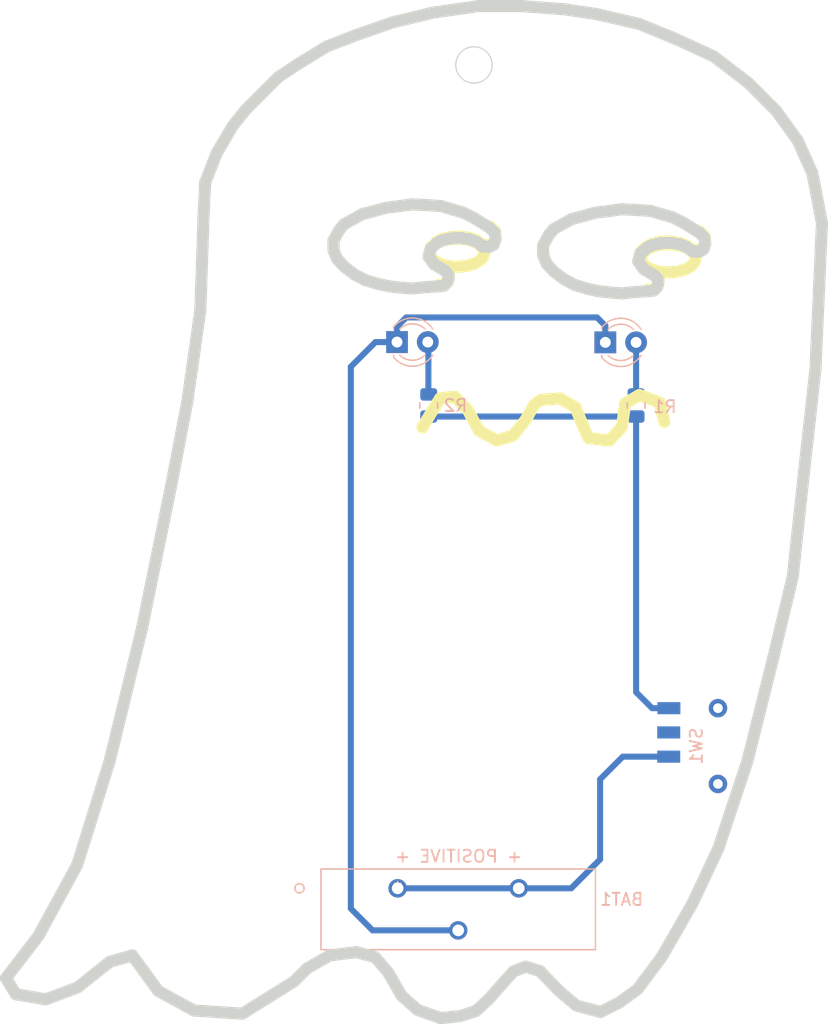
<source format=kicad_pcb>
(kicad_pcb (version 20171130) (host pcbnew "(5.1.9-0-10_14)")

  (general
    (thickness 1.6)
    (drawings 246)
    (tracks 23)
    (zones 0)
    (modules 6)
    (nets 7)
  )

  (page A4)
  (layers
    (0 F.Cu signal)
    (31 B.Cu signal)
    (32 B.Adhes user)
    (33 F.Adhes user)
    (34 B.Paste user)
    (35 F.Paste user)
    (36 B.SilkS user)
    (37 F.SilkS user hide)
    (38 B.Mask user)
    (39 F.Mask user)
    (40 Dwgs.User user)
    (41 Cmts.User user)
    (42 Eco1.User user)
    (43 Eco2.User user)
    (44 Edge.Cuts user)
    (45 Margin user)
    (46 B.CrtYd user)
    (47 F.CrtYd user)
    (48 B.Fab user)
    (49 F.Fab user)
  )

  (setup
    (last_trace_width 0.5)
    (user_trace_width 0.5)
    (trace_clearance 0.2)
    (zone_clearance 0.508)
    (zone_45_only no)
    (trace_min 0.2)
    (via_size 0.8)
    (via_drill 0.4)
    (via_min_size 0.4)
    (via_min_drill 0.3)
    (uvia_size 0.3)
    (uvia_drill 0.1)
    (uvias_allowed no)
    (uvia_min_size 0.2)
    (uvia_min_drill 0.1)
    (edge_width 0.05)
    (segment_width 0.2)
    (pcb_text_width 0.3)
    (pcb_text_size 1.5 1.5)
    (mod_edge_width 0.12)
    (mod_text_size 1 1)
    (mod_text_width 0.15)
    (pad_size 1.8 1.8)
    (pad_drill 0.9)
    (pad_to_mask_clearance 0)
    (aux_axis_origin 0 0)
    (visible_elements FFFFFF7F)
    (pcbplotparams
      (layerselection 0x110fc_ffffffff)
      (usegerberextensions false)
      (usegerberattributes true)
      (usegerberadvancedattributes true)
      (creategerberjobfile true)
      (excludeedgelayer true)
      (linewidth 0.100000)
      (plotframeref false)
      (viasonmask false)
      (mode 1)
      (useauxorigin false)
      (hpglpennumber 1)
      (hpglpenspeed 20)
      (hpglpendiameter 15.000000)
      (psnegative false)
      (psa4output false)
      (plotreference true)
      (plotvalue true)
      (plotinvisibletext false)
      (padsonsilk false)
      (subtractmaskfromsilk false)
      (outputformat 1)
      (mirror false)
      (drillshape 0)
      (scaleselection 1)
      (outputdirectory ""))
  )

  (net 0 "")
  (net 1 +BATT)
  (net 2 GND)
  (net 3 "Net-(D1-Pad2)")
  (net 4 "Net-(D2-Pad2)")
  (net 5 "Net-(R1-Pad1)")
  (net 6 "Net-(SW1-Pad2)")

  (net_class Default "This is the default net class."
    (clearance 0.2)
    (trace_width 0.25)
    (via_dia 0.8)
    (via_drill 0.4)
    (uvia_dia 0.3)
    (uvia_drill 0.1)
    (add_net +BATT)
    (add_net GND)
    (add_net "Net-(D1-Pad2)")
    (add_net "Net-(D2-Pad2)")
    (add_net "Net-(R1-Pad1)")
    (add_net "Net-(SW1-Pad2)")
  )

  (module Button_Switch_SMD:SMT_Mini_Slide_Switch (layer B.Cu) (tedit 5F838D19) (tstamp 616D4B53)
    (at 155.0162 114.0968 270)
    (path /615A2888)
    (fp_text reference SW1 (at 0 -0.5 90) (layer B.SilkS)
      (effects (font (size 1 1) (thickness 0.15)) (justify mirror))
    )
    (fp_text value SMT_SPDT (at 0 0.5 90) (layer B.Fab)
      (effects (font (size 1 1) (thickness 0.15)) (justify mirror))
    )
    (fp_line (start -4.572 -3.048) (end 4.445 -3.048) (layer B.CrtYd) (width 0.12))
    (fp_line (start 4.445 -3.048) (end 4.445 3.048) (layer B.CrtYd) (width 0.12))
    (fp_line (start 4.445 3.048) (end -4.572 3.048) (layer B.CrtYd) (width 0.12))
    (fp_line (start -4.572 3.048) (end -4.572 -3.048) (layer B.CrtYd) (width 0.12))
    (pad "" thru_hole circle (at -3.125 -2.286 270) (size 1.524 1.524) (drill 0.8) (layers *.Cu *.Mask))
    (pad "" thru_hole circle (at 3.125 -2.286 270) (size 1.524 1.524) (drill 0.8) (layers *.Cu *.Mask))
    (pad 1 smd rect (at -3.125 1.764 270) (size 1 1.9) (layers B.Cu B.Paste B.Mask)
      (net 5 "Net-(R1-Pad1)"))
    (pad 2 smd rect (at -1.125 1.778 270) (size 1 1.9) (layers B.Cu B.Paste B.Mask)
      (net 6 "Net-(SW1-Pad2)"))
    (pad 3 smd rect (at 0.875 1.778 270) (size 1 1.9) (layers B.Cu B.Paste B.Mask)
      (net 1 +BATT))
  )

  (module Resistor_SMD:R_0805_2012Metric (layer B.Cu) (tedit 5F68FEEE) (tstamp 616D5263)
    (at 133.4262 86.0025 90)
    (descr "Resistor SMD 0805 (2012 Metric), square (rectangular) end terminal, IPC_7351 nominal, (Body size source: IPC-SM-782 page 72, https://www.pcb-3d.com/wordpress/wp-content/uploads/ipc-sm-782a_amendment_1_and_2.pdf), generated with kicad-footprint-generator")
    (tags resistor)
    (path /615A9D08)
    (attr smd)
    (fp_text reference R2 (at 0 2.2098 180) (layer B.SilkS)
      (effects (font (size 1 1) (thickness 0.15)) (justify mirror))
    )
    (fp_text value "47 Ohms" (at -0.1035 -4.6482 180) (layer B.Fab)
      (effects (font (size 1 1) (thickness 0.15)) (justify mirror))
    )
    (fp_line (start -1 -0.625) (end -1 0.625) (layer B.Fab) (width 0.1))
    (fp_line (start -1 0.625) (end 1 0.625) (layer B.Fab) (width 0.1))
    (fp_line (start 1 0.625) (end 1 -0.625) (layer B.Fab) (width 0.1))
    (fp_line (start 1 -0.625) (end -1 -0.625) (layer B.Fab) (width 0.1))
    (fp_line (start -0.227064 0.735) (end 0.227064 0.735) (layer B.SilkS) (width 0.12))
    (fp_line (start -0.227064 -0.735) (end 0.227064 -0.735) (layer B.SilkS) (width 0.12))
    (fp_line (start -1.68 -0.95) (end -1.68 0.95) (layer B.CrtYd) (width 0.05))
    (fp_line (start -1.68 0.95) (end 1.68 0.95) (layer B.CrtYd) (width 0.05))
    (fp_line (start 1.68 0.95) (end 1.68 -0.95) (layer B.CrtYd) (width 0.05))
    (fp_line (start 1.68 -0.95) (end -1.68 -0.95) (layer B.CrtYd) (width 0.05))
    (fp_text user %R (at 0 0 90) (layer B.Fab)
      (effects (font (size 0.5 0.5) (thickness 0.08)) (justify mirror))
    )
    (pad 2 smd roundrect (at 0.9125 0 90) (size 1.025 1.4) (layers B.Cu B.Paste B.Mask) (roundrect_rratio 0.2439014634146341)
      (net 4 "Net-(D2-Pad2)"))
    (pad 1 smd roundrect (at -0.9125 0 90) (size 1.025 1.4) (layers B.Cu B.Paste B.Mask) (roundrect_rratio 0.2439014634146341)
      (net 5 "Net-(R1-Pad1)"))
    (model ${KISYS3DMOD}/Resistor_SMD.3dshapes/R_0805_2012Metric.wrl
      (at (xyz 0 0 0))
      (scale (xyz 1 1 1))
      (rotate (xyz 0 0 0))
    )
  )

  (module Resistor_SMD:R_0805_2012Metric (layer B.Cu) (tedit 5F68FEEE) (tstamp 616D4B35)
    (at 150.5458 86.0025 90)
    (descr "Resistor SMD 0805 (2012 Metric), square (rectangular) end terminal, IPC_7351 nominal, (Body size source: IPC-SM-782 page 72, https://www.pcb-3d.com/wordpress/wp-content/uploads/ipc-sm-782a_amendment_1_and_2.pdf), generated with kicad-footprint-generator")
    (tags resistor)
    (path /615A4F38)
    (attr smd)
    (fp_text reference R1 (at -0.1035 2.3622 180) (layer B.SilkS)
      (effects (font (size 1 1) (thickness 0.15)) (justify mirror))
    )
    (fp_text value "47 Ohms" (at 0.9125 -4.7498 180) (layer B.Fab)
      (effects (font (size 1 1) (thickness 0.15)) (justify mirror))
    )
    (fp_line (start -1 -0.625) (end -1 0.625) (layer B.Fab) (width 0.1))
    (fp_line (start -1 0.625) (end 1 0.625) (layer B.Fab) (width 0.1))
    (fp_line (start 1 0.625) (end 1 -0.625) (layer B.Fab) (width 0.1))
    (fp_line (start 1 -0.625) (end -1 -0.625) (layer B.Fab) (width 0.1))
    (fp_line (start -0.227064 0.735) (end 0.227064 0.735) (layer B.SilkS) (width 0.12))
    (fp_line (start -0.227064 -0.735) (end 0.227064 -0.735) (layer B.SilkS) (width 0.12))
    (fp_line (start -1.68 -0.95) (end -1.68 0.95) (layer B.CrtYd) (width 0.05))
    (fp_line (start -1.68 0.95) (end 1.68 0.95) (layer B.CrtYd) (width 0.05))
    (fp_line (start 1.68 0.95) (end 1.68 -0.95) (layer B.CrtYd) (width 0.05))
    (fp_line (start 1.68 -0.95) (end -1.68 -0.95) (layer B.CrtYd) (width 0.05))
    (fp_text user %R (at 0 0 90) (layer B.Fab)
      (effects (font (size 0.5 0.5) (thickness 0.08)) (justify mirror))
    )
    (pad 2 smd roundrect (at 0.9125 0 90) (size 1.025 1.4) (layers B.Cu B.Paste B.Mask) (roundrect_rratio 0.2439014634146341)
      (net 3 "Net-(D1-Pad2)"))
    (pad 1 smd roundrect (at -0.9125 0 90) (size 1.025 1.4) (layers B.Cu B.Paste B.Mask) (roundrect_rratio 0.2439014634146341)
      (net 5 "Net-(R1-Pad1)"))
    (model ${KISYS3DMOD}/Resistor_SMD.3dshapes/R_0805_2012Metric.wrl
      (at (xyz 0 0 0))
      (scale (xyz 1 1 1))
      (rotate (xyz 0 0 0))
    )
  )

  (module LED_THT:LED_D3.0mm (layer B.Cu) (tedit 616CF490) (tstamp 616D4E80)
    (at 130.81 80.772)
    (descr "LED, diameter 3.0mm, 2 pins")
    (tags "LED diameter 3.0mm 2 pins")
    (path /615A9D12)
    (fp_text reference D2 (at 1.27 2.96) (layer B.SilkS) hide
      (effects (font (size 1 1) (thickness 0.15)) (justify mirror))
    )
    (fp_text value "LED per Chart" (at 1.27 -2.96) (layer B.Fab) hide
      (effects (font (size 1 1) (thickness 0.15)) (justify mirror))
    )
    (fp_circle (center 1.27 0) (end 2.77 0) (layer B.Fab) (width 0.1))
    (fp_line (start -0.23 1.16619) (end -0.23 -1.16619) (layer B.Fab) (width 0.1))
    (fp_line (start -0.29 1.236) (end -0.29 1.08) (layer B.SilkS) (width 0.12))
    (fp_line (start -0.29 -1.08) (end -0.29 -1.236) (layer B.SilkS) (width 0.12))
    (fp_line (start -1.15 2.25) (end -1.15 -2.25) (layer B.CrtYd) (width 0.05))
    (fp_line (start -1.15 -2.25) (end 3.7 -2.25) (layer B.CrtYd) (width 0.05))
    (fp_line (start 3.7 -2.25) (end 3.7 2.25) (layer B.CrtYd) (width 0.05))
    (fp_line (start 3.7 2.25) (end -1.15 2.25) (layer B.CrtYd) (width 0.05))
    (fp_arc (start 1.27 0) (end 0.229039 -1.08) (angle 87.9) (layer B.SilkS) (width 0.12))
    (fp_arc (start 1.27 0) (end 0.229039 1.08) (angle -87.9) (layer B.SilkS) (width 0.12))
    (fp_arc (start 1.27 0) (end -0.29 -1.235516) (angle 108.8) (layer B.SilkS) (width 0.12))
    (fp_arc (start 1.27 0) (end -0.29 1.235516) (angle -108.8) (layer B.SilkS) (width 0.12))
    (fp_arc (start 1.27 0) (end -0.23 1.16619) (angle -284.3) (layer B.Fab) (width 0.1))
    (pad 2 thru_hole circle (at 2.54 0) (size 1.8 1.8) (drill 0.9) (layers *.Cu *.Mask)
      (net 4 "Net-(D2-Pad2)"))
    (pad 1 thru_hole rect (at 0 0) (size 1.8 1.8) (drill 0.9) (layers *.Cu *.Mask)
      (net 2 GND))
    (model ${KISYS3DMOD}/LED_THT.3dshapes/LED_D3.0mm.wrl
      (at (xyz 0 0 0))
      (scale (xyz 1 1 1))
      (rotate (xyz 0 0 0))
    )
  )

  (module LED_THT:LED_D3.0mm (layer B.Cu) (tedit 587A3A7B) (tstamp 616D4B11)
    (at 148.0058 80.7974)
    (descr "LED, diameter 3.0mm, 2 pins")
    (tags "LED diameter 3.0mm 2 pins")
    (path /615A807B)
    (fp_text reference D1 (at 1.27 2.96) (layer B.SilkS) hide
      (effects (font (size 1 1) (thickness 0.15)) (justify mirror))
    )
    (fp_text value "LED per Chart" (at 1.27 -2.96) (layer B.Fab) hide
      (effects (font (size 1 1) (thickness 0.15)) (justify mirror))
    )
    (fp_circle (center 1.27 0) (end 2.77 0) (layer B.Fab) (width 0.1))
    (fp_line (start -0.23 1.16619) (end -0.23 -1.16619) (layer B.Fab) (width 0.1))
    (fp_line (start -0.29 1.236) (end -0.29 1.08) (layer B.SilkS) (width 0.12))
    (fp_line (start -0.29 -1.08) (end -0.29 -1.236) (layer B.SilkS) (width 0.12))
    (fp_line (start -1.15 2.25) (end -1.15 -2.25) (layer B.CrtYd) (width 0.05))
    (fp_line (start -1.15 -2.25) (end 3.7 -2.25) (layer B.CrtYd) (width 0.05))
    (fp_line (start 3.7 -2.25) (end 3.7 2.25) (layer B.CrtYd) (width 0.05))
    (fp_line (start 3.7 2.25) (end -1.15 2.25) (layer B.CrtYd) (width 0.05))
    (fp_arc (start 1.27 0) (end 0.229039 -1.08) (angle 87.9) (layer B.SilkS) (width 0.12))
    (fp_arc (start 1.27 0) (end 0.229039 1.08) (angle -87.9) (layer B.SilkS) (width 0.12))
    (fp_arc (start 1.27 0) (end -0.29 -1.235516) (angle 108.8) (layer B.SilkS) (width 0.12))
    (fp_arc (start 1.27 0) (end -0.29 1.235516) (angle -108.8) (layer B.SilkS) (width 0.12))
    (fp_arc (start 1.27 0) (end -0.23 1.16619) (angle -284.3) (layer B.Fab) (width 0.1))
    (pad 2 thru_hole circle (at 2.54 0) (size 1.8 1.8) (drill 0.9) (layers *.Cu *.Mask)
      (net 3 "Net-(D1-Pad2)"))
    (pad 1 thru_hole rect (at 0 0) (size 1.8 1.8) (drill 0.9) (layers *.Cu *.Mask)
      (net 2 GND))
    (model ${KISYS3DMOD}/LED_THT.3dshapes/LED_D3.0mm.wrl
      (at (xyz 0 0 0))
      (scale (xyz 1 1 1))
      (rotate (xyz 0 0 0))
    )
  )

  (module Battery:BatteryHolder_AdamTech_BH-125A-1 (layer B.Cu) (tedit 61679B07) (tstamp 616D4AFE)
    (at 130.8608 125.8316)
    (path /615BF2C5)
    (fp_text reference BAT1 (at 18.4912 0.9144) (layer B.SilkS)
      (effects (font (size 1 1) (thickness 0.15)) (justify mirror))
    )
    (fp_text value BH-125A-1 (at 5 0) (layer B.SilkS) hide
      (effects (font (size 1 1) (thickness 0.15)) (justify mirror))
    )
    (fp_circle (center -8.1064 0) (end -7.7254 0) (layer F.SilkS) (width 0.12))
    (fp_circle (center -8.1064 0) (end -7.7254 0) (layer B.SilkS) (width 0.12))
    (fp_circle (center 0 1.905) (end 0.381 1.905) (layer B.Fab) (width 0.1))
    (fp_line (start 16.4554 5.189347) (end -6.4554 5.189347) (layer B.CrtYd) (width 0.05))
    (fp_line (start 16.4554 -1.719453) (end 16.4554 5.189347) (layer B.CrtYd) (width 0.05))
    (fp_line (start -6.4554 -1.719453) (end 16.4554 -1.719453) (layer B.CrtYd) (width 0.05))
    (fp_line (start -6.4554 5.189347) (end -6.4554 -1.719453) (layer B.CrtYd) (width 0.05))
    (fp_line (start -6.2014 4.935347) (end -6.2014 -1.465453) (layer B.Fab) (width 0.1))
    (fp_line (start 16.2014 4.935347) (end -6.2014 4.935347) (layer B.Fab) (width 0.1))
    (fp_line (start 16.2014 -1.465453) (end 16.2014 4.935347) (layer B.Fab) (width 0.1))
    (fp_line (start -6.2014 -1.465453) (end 16.2014 -1.465453) (layer B.Fab) (width 0.1))
    (fp_line (start -6.3284 5.062347) (end -6.3284 -1.592453) (layer B.SilkS) (width 0.12))
    (fp_line (start 16.3284 5.062347) (end -6.3284 5.062347) (layer B.SilkS) (width 0.12))
    (fp_line (start 16.3284 -1.592453) (end 16.3284 5.062347) (layer B.SilkS) (width 0.12))
    (fp_line (start -6.3284 -1.592453) (end 16.3284 -1.592453) (layer B.SilkS) (width 0.12))
    (fp_text user * (at 0 0) (layer B.Fab)
      (effects (font (size 1 1) (thickness 0.15)) (justify mirror))
    )
    (fp_text user * (at 0 0) (layer B.SilkS)
      (effects (font (size 1 1) (thickness 0.15)) (justify mirror))
    )
    (fp_text user "Copyright 2021 Accelerated Designs. All rights reserved." (at 0 0) (layer Cmts.User)
      (effects (font (size 0.127 0.127) (thickness 0.002)))
    )
    (pad POS2 thru_hole circle (at 10 0) (size 1.524 1.524) (drill 0.9652) (layers *.Cu *.Mask)
      (net 1 +BATT))
    (pad NEG thru_hole circle (at 5 3.470001) (size 1.524 1.524) (drill 0.9652) (layers *.Cu *.Mask)
      (net 2 GND))
    (pad POS1 thru_hole circle (at 0 0) (size 1.524 1.524) (drill 0.9652) (layers *.Cu *.Mask)
      (net 1 +BATT))
  )

  (gr_text "+ POSITIVE +" (at 135.89 123.19) (layer B.SilkS)
    (effects (font (size 1 1) (thickness 0.15)) (justify mirror))
  )
  (gr_circle (center 137.16 57.912) (end 138.66 57.912) (layer Edge.Cuts) (width 0.1))
  (gr_curve (pts (xy 138.900266 71.62816) (xy 138.762466 71.49816) (xy 138.4621 71.21504) (xy 138.486854 71.23838)) (layer F.SilkS) (width 1))
  (gr_line (start 133.903902 74.26246) (end 133.43143 73.601) (layer F.SilkS) (width 1))
  (gr_line (start 135.16775 72.1245) (end 135.98276 72.0655) (layer F.SilkS) (width 1))
  (gr_line (start 134.459046 72.3017) (end 135.16775 72.1245) (layer F.SilkS) (width 1))
  (gr_line (start 151.540322 76.5059) (end 151.540322 76.4587) (layer F.SilkS) (width 1))
  (gr_curve (pts (xy 156.205962 72.02906) (xy 156.068162 71.89906) (xy 155.767802 71.61594) (xy 155.792562 71.63928)) (layer F.SilkS) (width 1))
  (gr_line (start 134.234622 76.105) (end 134.234622 76.0578) (layer F.SilkS) (width 1))
  (gr_line (start 134.234622 76.0578) (end 134.707092 76.0106) (layer F.SilkS) (width 1))
  (gr_curve (pts (xy 133.691018 72.952502) (xy 133.343652 73.38505) (xy 133.53566 73.882936) (xy 134.177508 74.213996)) (layer F.SilkS) (width 1))
  (gr_curve (pts (xy 138.00866 73.39548) (xy 138.00866 73.088476) (xy 137.772214 72.794048) (xy 137.351338 72.576964)) (layer F.SilkS) (width 1))
  (gr_line (start 152.473362 72.5254) (end 153.288382 72.4664) (layer F.SilkS) (width 1))
  (gr_line (start 151.764662 72.7026) (end 152.473362 72.5254) (layer F.SilkS) (width 1))
  (gr_curve (pts (xy 137.351338 72.576964) (xy 136.930462 72.35988) (xy 136.359632 72.237922) (xy 135.764424 72.237922)) (layer F.SilkS) (width 1))
  (gr_curve (pts (xy 151.616846 74.681716) (xy 152.258694 75.012774) (xy 153.22398 75.11181) (xy 154.062594 74.932642)) (layer F.SilkS) (width 1))
  (gr_line (start 138.821746 72.6185) (end 138.959326 72.17162) (layer F.SilkS) (width 1))
  (gr_line (start 138.486852 72.7977) (end 138.821746 72.6185) (layer F.SilkS) (width 1))
  (gr_line (start 154.115202 72.5844) (end 154.682162 72.78522) (layer F.SilkS) (width 1))
  (gr_line (start 153.288382 72.4664) (end 154.115202 72.5844) (layer F.SilkS) (width 1))
  (gr_curve (pts (xy 151.130358 73.420222) (xy 150.782992 73.85277) (xy 150.975 74.350656) (xy 151.616846 74.681716)) (layer F.SilkS) (width 1))
  (gr_curve (pts (xy 153.203762 72.705642) (xy 152.296052 72.705642) (xy 151.477722 72.987672) (xy 151.130358 73.420222)) (layer F.SilkS) (width 1))
  (gr_line (start 155.792562 71.63928) (end 155.792562 71.63928) (layer F.SilkS) (width 1))
  (gr_line (start 151.398502 72.91522) (end 151.764662 72.7026) (layer F.SilkS) (width 1))
  (gr_line (start 150.926022 73.34044) (end 151.398502 72.91522) (layer F.SilkS) (width 1))
  (gr_line (start 138.486854 71.23838) (end 138.486854 71.23838) (layer F.SilkS) (width 1))
  (gr_line (start 138.959326 72.17162) (end 138.900266 71.62816) (layer F.SilkS) (width 1))
  (gr_line (start 134.801592 74.78218) (end 133.903902 74.26246) (layer F.SilkS) (width 1))
  (gr_curve (pts (xy 154.062594 74.932642) (xy 154.90121 74.753474) (xy 155.448 74.331388) (xy 155.448 73.8632)) (layer F.SilkS) (width 1))
  (gr_line (start 152.107182 75.18308) (end 151.209502 74.66336) (layer F.SilkS) (width 1))
  (gr_line (start 152.390662 75.56106) (end 152.107182 75.18308) (layer F.SilkS) (width 1))
  (gr_line (start 133.62041 72.93954) (end 134.092882 72.51432) (layer F.SilkS) (width 1))
  (gr_line (start 134.707092 76.0106) (end 134.990572 75.72712) (layer F.SilkS) (width 1))
  (gr_line (start 135.085072 75.44364) (end 135.085072 75.16016) (layer F.SilkS) (width 1))
  (gr_line (start 134.990572 75.72712) (end 135.085072 75.44364) (layer F.SilkS) (width 1))
  (gr_line (start 137.908076 72.7741) (end 138.486852 72.7977) (layer F.SilkS) (width 1))
  (gr_line (start 137.376546 72.38432) (end 137.908076 72.7741) (layer F.SilkS) (width 1))
  (gr_line (start 136.809584 72.1835) (end 137.376546 72.38432) (layer F.SilkS) (width 1))
  (gr_line (start 135.98276 72.0655) (end 136.809584 72.1835) (layer F.SilkS) (width 1))
  (gr_curve (pts (xy 154.790678 73.044684) (xy 154.369802 72.8276) (xy 153.798972 72.705642) (xy 153.203762 72.705642)) (layer F.SilkS) (width 1))
  (gr_line (start 146.598122 88.689978) (end 148.335362 88.890418) (layer F.SilkS) (width 1))
  (gr_line (start 146.063582 87.420438) (end 146.598122 88.689978) (layer F.SilkS) (width 1))
  (gr_line (start 145.529022 86.150898) (end 146.063582 87.420438) (layer F.SilkS) (width 1))
  (gr_line (start 144.259482 85.415898) (end 145.529022 86.150898) (layer F.SilkS) (width 1))
  (gr_line (start 142.655882 85.549498) (end 144.259482 85.415898) (layer F.SilkS) (width 1))
  (gr_line (start 142.121342 85.950398) (end 142.655882 85.549498) (layer F.SilkS) (width 1))
  (gr_line (start 141.453162 87.153118) (end 142.121342 85.950398) (layer F.SilkS) (width 1))
  (gr_line (start 140.384082 88.489458) (end 141.453162 87.153118) (layer F.SilkS) (width 1))
  (gr_line (start 139.047734 88.890378) (end 140.384082 88.489458) (layer F.SilkS) (width 1))
  (gr_line (start 137.577752 88.088558) (end 139.047734 88.890378) (layer F.SilkS) (width 1))
  (gr_line (start 136.642306 86.351298) (end 137.577752 88.088558) (layer F.SilkS) (width 1))
  (gr_line (start 135.573232 85.282238) (end 136.642306 86.351298) (layer F.SilkS) (width 1))
  (gr_line (start 134.370516 85.415838) (end 135.573232 85.282238) (layer F.SilkS) (width 1))
  (gr_line (start 135.764424 72.237922) (end 135.764424 72.237922) (layer F.SilkS) (width 1))
  (gr_curve (pts (xy 135.764424 72.237922) (xy 134.856714 72.237922) (xy 134.038384 72.519952) (xy 133.691018 72.952502)) (layer F.SilkS) (width 1))
  (gr_line (start 156.264962 72.57252) (end 156.205962 72.02906) (layer F.SilkS) (width 1))
  (gr_curve (pts (xy 136.623256 74.464922) (xy 137.46187 74.285754) (xy 138.00866 73.863668) (xy 138.00866 73.39548)) (layer F.SilkS) (width 1))
  (gr_line (start 152.478042 85.750018) (end 152.878942 87.353658) (layer F.SilkS) (width 1))
  (gr_line (start 133.702344 86.484918) (end 134.370516 85.415838) (layer F.SilkS) (width 1))
  (gr_line (start 132.900534 87.821278) (end 133.702344 86.484918) (layer F.SilkS) (width 1))
  (gr_line (start 153.203762 72.705642) (end 153.203762 72.705642) (layer F.SilkS) (width 1))
  (gr_line (start 150.737022 74.0019) (end 150.926022 73.34044) (layer F.SilkS) (width 1))
  (gr_line (start 151.209502 74.66336) (end 150.737022 74.0019) (layer F.SilkS) (width 1))
  (gr_line (start 152.390662 75.84454) (end 152.390662 75.56106) (layer F.SilkS) (width 1))
  (gr_line (start 152.296262 76.12802) (end 152.390662 75.84454) (layer F.SilkS) (width 1))
  (gr_line (start 152.012782 76.4115) (end 152.296262 76.12802) (layer F.SilkS) (width 1))
  (gr_line (start 151.540322 76.4587) (end 152.012782 76.4115) (layer F.SilkS) (width 1))
  (gr_curve (pts (xy 134.177508 74.213996) (xy 134.819354 74.545054) (xy 135.784642 74.64409) (xy 136.623256 74.464922)) (layer F.SilkS) (width 1))
  (gr_line (start 150.807602 85.148678) (end 152.478042 85.750018) (layer F.SilkS) (width 1))
  (gr_line (start 149.644002 85.833778) (end 150.807602 85.148678) (layer F.SilkS) (width 1))
  (gr_line (start 149.376722 87.771478) (end 149.644002 85.833778) (layer F.SilkS) (width 1))
  (gr_line (start 148.335362 88.890418) (end 149.376722 87.771478) (layer F.SilkS) (width 1))
  (gr_line (start 135.085072 75.16016) (end 134.801592 74.78218) (layer F.SilkS) (width 1))
  (gr_line (start 133.43143 73.601) (end 133.62041 72.93954) (layer F.SilkS) (width 1))
  (gr_line (start 156.127362 73.0194) (end 156.264962 72.57252) (layer F.SilkS) (width 1))
  (gr_line (start 155.792482 73.1986) (end 156.127362 73.0194) (layer F.SilkS) (width 1))
  (gr_line (start 134.092882 72.51432) (end 134.459046 72.3017) (layer F.SilkS) (width 1))
  (gr_line (start 155.213702 73.175) (end 155.792482 73.1986) (layer F.SilkS) (width 1))
  (gr_line (start 154.682162 72.78522) (end 155.213702 73.175) (layer F.SilkS) (width 1))
  (gr_curve (pts (xy 155.448 73.8632) (xy 155.448 73.556196) (xy 155.211554 73.261768) (xy 154.790678 73.044684)) (layer F.SilkS) (width 1))
  (gr_line (start 111.097548 134.303498) (end 114.037514 135.907116) (layer Edge.Cuts) (width 1))
  (gr_line (start 108.959392 131.363538) (end 111.097548 134.303498) (layer Edge.Cuts) (width 1))
  (gr_line (start 113.502972 85.660438) (end 112.166624 92.609458) (layer Edge.Cuts) (width 1))
  (gr_line (start 98.535878 133.234418) (end 99.337688 134.570758) (layer Edge.Cuts) (width 1))
  (gr_line (start 101.208578 129.759918) (end 98.535878 133.234418) (layer Edge.Cuts) (width 1))
  (gr_line (start 134.2141 76.16876) (end 132.891188 76.26336) (layer Edge.Cuts) (width 1) (tstamp 616D4F6B))
  (gr_line (start 138.466332 71.34934) (end 138.466332 71.34934) (layer Edge.Cuts) (width 1) (tstamp 616D4F6E))
  (gr_line (start 138.938804 72.28258) (end 138.879744 71.73912) (layer Edge.Cuts) (width 1) (tstamp 616D4F71))
  (gr_line (start 138.801224 72.72946) (end 138.938804 72.28258) (layer Edge.Cuts) (width 1) (tstamp 616D4F74))
  (gr_line (start 138.46633 72.90866) (end 138.801224 72.72946) (layer Edge.Cuts) (width 1) (tstamp 616D4F77))
  (gr_line (start 137.887554 72.88506) (end 138.46633 72.90866) (layer Edge.Cuts) (width 1) (tstamp 616D4F7A))
  (gr_line (start 137.356024 72.49528) (end 137.887554 72.88506) (layer Edge.Cuts) (width 1) (tstamp 616D4F7D))
  (gr_line (start 136.789062 72.29446) (end 137.356024 72.49528) (layer Edge.Cuts) (width 1) (tstamp 616D4F80))
  (gr_line (start 135.962238 72.17646) (end 136.789062 72.29446) (layer Edge.Cuts) (width 1) (tstamp 616D4F83))
  (gr_line (start 135.147228 72.23546) (end 135.962238 72.17646) (layer Edge.Cuts) (width 1) (tstamp 616D4F86))
  (gr_line (start 134.438524 72.41266) (end 135.147228 72.23546) (layer Edge.Cuts) (width 1) (tstamp 616D4F89))
  (gr_line (start 134.07236 72.62528) (end 134.438524 72.41266) (layer Edge.Cuts) (width 1) (tstamp 616D4F8C))
  (gr_line (start 133.599888 73.0505) (end 134.07236 72.62528) (layer Edge.Cuts) (width 1) (tstamp 616D4F8F))
  (gr_line (start 133.410908 73.71196) (end 133.599888 73.0505) (layer Edge.Cuts) (width 1) (tstamp 616D4F92))
  (gr_line (start 133.88338 74.37342) (end 133.410908 73.71196) (layer Edge.Cuts) (width 1) (tstamp 616D4F95))
  (gr_line (start 134.78107 74.89314) (end 133.88338 74.37342) (layer Edge.Cuts) (width 1) (tstamp 616D4F98))
  (gr_line (start 135.06455 75.27112) (end 134.78107 74.89314) (layer Edge.Cuts) (width 1) (tstamp 616D4F9B))
  (gr_line (start 135.06455 75.5546) (end 135.06455 75.27112) (layer Edge.Cuts) (width 1) (tstamp 616D4F9E))
  (gr_line (start 134.97005 75.83808) (end 135.06455 75.5546) (layer Edge.Cuts) (width 1) (tstamp 616D4FA1))
  (gr_line (start 134.68657 76.12156) (end 134.97005 75.83808) (layer Edge.Cuts) (width 1) (tstamp 616D4FA4))
  (gr_line (start 134.2141 76.16876) (end 134.68657 76.12156) (layer Edge.Cuts) (width 1) (tstamp 616D4FA7))
  (gr_curve (pts (xy 138.879744 71.73912) (xy 138.741944 71.60912) (xy 138.441578 71.326) (xy 138.466332 71.34934)) (layer Edge.Cuts) (width 1) (tstamp 616D4FAD))
  (gr_line (start 114.839324 70.42608) (end 114.572052 78.1769) (layer Edge.Cuts) (width 1))
  (gr_line (start 128.686202 70.02684) (end 129.867382 69.69612) (layer Edge.Cuts) (width 1) (tstamp 616D4FB0))
  (gr_line (start 127.93025 70.21584) (end 128.686202 70.02684) (layer Edge.Cuts) (width 1) (tstamp 616D4FB3))
  (gr_line (start 127.268792 70.5938) (end 127.93025 70.21584) (layer Edge.Cuts) (width 1) (tstamp 616D4FB6))
  (gr_line (start 122.322868 133.501678) (end 123.391948 132.432598) (layer Edge.Cuts) (width 1))
  (gr_line (start 118.046554 136.174376) (end 122.322868 133.501678) (layer Edge.Cuts) (width 1))
  (gr_line (start 114.037514 135.907116) (end 118.046554 136.174376) (layer Edge.Cuts) (width 1))
  (gr_line (start 127.400978 55.45898) (end 130.47458 54.3899) (layer Edge.Cuts) (width 1))
  (gr_line (start 124.99555 56.39442) (end 127.400978 55.45898) (layer Edge.Cuts) (width 1))
  (gr_line (start 122.590128 57.86442) (end 124.99555 56.39442) (layer Edge.Cuts) (width 1))
  (gr_line (start 120.98651 58.9335) (end 122.590128 57.86442) (layer Edge.Cuts) (width 1))
  (gr_line (start 119.650164 60.26984) (end 120.98651 58.9335) (layer Edge.Cuts) (width 1))
  (gr_line (start 118.313816 61.60618) (end 119.650164 60.26984) (layer Edge.Cuts) (width 1))
  (gr_line (start 117.244736 62.94254) (end 118.313816 61.60618) (layer Edge.Cuts) (width 1))
  (gr_line (start 104.41581 123.879978) (end 101.208578 129.759918) (layer Edge.Cuts) (width 1))
  (gr_line (start 107.088502 115.327358) (end 104.41581 123.879978) (layer Edge.Cuts) (width 1))
  (gr_line (start 152.65796 131.497158) (end 150.65344 134.169858) (layer Edge.Cuts) (width 1))
  (gr_line (start 155.19702 127.087218) (end 152.65796 131.497158) (layer Edge.Cuts) (width 1))
  (gr_line (start 157.33518 122.543638) (end 155.19702 127.087218) (layer Edge.Cuts) (width 1))
  (gr_line (start 159.7406 115.327358) (end 157.33518 122.543638) (layer Edge.Cuts) (width 1))
  (gr_line (start 161.87876 106.774738) (end 159.7406 115.327358) (layer Edge.Cuts) (width 1))
  (gr_line (start 163.48238 100.092998) (end 161.87876 106.774738) (layer Edge.Cuts) (width 1))
  (gr_line (start 164.28418 92.609458) (end 163.48238 100.092998) (layer Edge.Cuts) (width 1))
  (gr_line (start 165.35326 82.987738) (end 164.28418 92.609458) (layer Edge.Cuts) (width 1))
  (gr_line (start 165.8878 70.96062) (end 165.35326 82.987738) (layer Edge.Cuts) (width 1))
  (gr_line (start 126.418348 71.06628) (end 127.268792 70.5938) (layer Edge.Cuts) (width 1) (tstamp 616D4FB9))
  (gr_line (start 126.040368 71.53876) (end 126.418348 71.06628) (layer Edge.Cuts) (width 1) (tstamp 616D4FBC))
  (gr_line (start 125.567902 72.3892) (end 126.040368 71.53876) (layer Edge.Cuts) (width 1) (tstamp 616D4FBF))
  (gr_line (start 125.567902 73.1924) (end 125.567902 72.3892) (layer Edge.Cuts) (width 1) (tstamp 616D4FC2))
  (gr_line (start 125.851382 73.9011) (end 125.567902 73.1924) (layer Edge.Cuts) (width 1) (tstamp 616D4FC5))
  (gr_line (start 126.465596 74.56256) (end 125.851382 73.9011) (layer Edge.Cuts) (width 1) (tstamp 616D4FC8))
  (gr_line (start 127.268792 75.17678) (end 126.465596 74.56256) (layer Edge.Cuts) (width 1) (tstamp 616D4FCB))
  (gr_line (start 128.166486 75.64924) (end 127.268792 75.17678) (layer Edge.Cuts) (width 1) (tstamp 616D4FCE))
  (gr_line (start 129.253168 75.97996) (end 128.166486 75.64924) (layer Edge.Cuts) (width 1) (tstamp 616D4FD1))
  (gr_line (start 130.150862 76.16896) (end 129.253168 75.97996) (layer Edge.Cuts) (width 1) (tstamp 616D4FD4))
  (gr_line (start 130.906812 76.26336) (end 130.150862 76.16896) (layer Edge.Cuts) (width 1) (tstamp 616D4FD7))
  (gr_line (start 132.087992 76.35776) (end 130.906812 76.26336) (layer Edge.Cuts) (width 1) (tstamp 616D4FDA))
  (gr_line (start 132.891188 76.26336) (end 132.087992 76.35776) (layer Edge.Cuts) (width 1) (tstamp 616D4FDD))
  (gr_line (start 151.74414 72.81356) (end 152.45284 72.63636) (layer Edge.Cuts) (width 1) (tstamp 616D4FE0))
  (gr_line (start 151.37798 73.02618) (end 151.74414 72.81356) (layer Edge.Cuts) (width 1) (tstamp 616D4FE3))
  (gr_line (start 150.9055 73.4514) (end 151.37798 73.02618) (layer Edge.Cuts) (width 1) (tstamp 616D4FE6))
  (gr_line (start 150.7165 74.11286) (end 150.9055 73.4514) (layer Edge.Cuts) (width 1) (tstamp 616D4FE9))
  (gr_line (start 151.18898 74.77432) (end 150.7165 74.11286) (layer Edge.Cuts) (width 1) (tstamp 616D4FEC))
  (gr_line (start 152.08666 75.29404) (end 151.18898 74.77432) (layer Edge.Cuts) (width 1) (tstamp 616D4FEF))
  (gr_line (start 152.37014 75.67202) (end 152.08666 75.29404) (layer Edge.Cuts) (width 1) (tstamp 616D4FF2))
  (gr_line (start 152.37014 75.9555) (end 152.37014 75.67202) (layer Edge.Cuts) (width 1) (tstamp 616D4FF5))
  (gr_line (start 152.27574 76.23898) (end 152.37014 75.9555) (layer Edge.Cuts) (width 1) (tstamp 616D4FF8))
  (gr_line (start 151.99226 76.52246) (end 152.27574 76.23898) (layer Edge.Cuts) (width 1) (tstamp 616D4FFB))
  (gr_line (start 151.5198 76.56966) (end 151.99226 76.52246) (layer Edge.Cuts) (width 1) (tstamp 616D4FFE))
  (gr_curve (pts (xy 156.18544 72.14002) (xy 156.04764 72.01002) (xy 155.74728 71.7269) (xy 155.77204 71.75024)) (layer Edge.Cuts) (width 1) (tstamp 616D5004))
  (gr_line (start 138.088354 71.11322) (end 138.466334 71.34946) (layer Edge.Cuts) (width 1) (tstamp 616D5007))
  (gr_line (start 137.096172 70.49906) (end 138.088354 71.11322) (layer Edge.Cuts) (width 1) (tstamp 616D500A))
  (gr_line (start 136.245726 70.07384) (end 137.096172 70.49906) (layer Edge.Cuts) (width 1) (tstamp 616D500D))
  (gr_line (start 135.395284 69.8376) (end 136.245726 70.07384) (layer Edge.Cuts) (width 1) (tstamp 616D5010))
  (gr_line (start 134.45034 69.55412) (end 135.395284 69.8376) (layer Edge.Cuts) (width 1) (tstamp 616D5013))
  (gr_line (start 133.08018 69.45972) (end 134.45034 69.55412) (layer Edge.Cuts) (width 1) (tstamp 616D5016))
  (gr_line (start 132.040742 69.41252) (end 133.08018 69.45972) (layer Edge.Cuts) (width 1) (tstamp 616D5019))
  (gr_line (start 131.048556 69.55432) (end 132.040742 69.41252) (layer Edge.Cuts) (width 1) (tstamp 616D501C))
  (gr_line (start 129.867382 69.69612) (end 131.048556 69.55432) (layer Edge.Cuts) (width 1) (tstamp 616D501F))
  (gr_line (start 143.7713 74.96346) (end 143.15708 74.302) (layer Edge.Cuts) (width 1) (tstamp 616D5022))
  (gr_line (start 144.5745 75.57768) (end 143.7713 74.96346) (layer Edge.Cuts) (width 1) (tstamp 616D5025))
  (gr_line (start 145.47218 76.05014) (end 144.5745 75.57768) (layer Edge.Cuts) (width 1) (tstamp 616D5028))
  (gr_line (start 146.55886 76.38086) (end 145.47218 76.05014) (layer Edge.Cuts) (width 1) (tstamp 616D502B))
  (gr_line (start 147.45656 76.56986) (end 146.55886 76.38086) (layer Edge.Cuts) (width 1) (tstamp 616D502E))
  (gr_line (start 148.21252 76.66426) (end 147.45656 76.56986) (layer Edge.Cuts) (width 1) (tstamp 616D5031))
  (gr_line (start 149.3937 76.75866) (end 148.21252 76.66426) (layer Edge.Cuts) (width 1) (tstamp 616D5034))
  (gr_line (start 150.19688 76.66426) (end 149.3937 76.75866) (layer Edge.Cuts) (width 1) (tstamp 616D5037))
  (gr_line (start 151.5198 76.56966) (end 150.19688 76.66426) (layer Edge.Cuts) (width 1) (tstamp 616D503A))
  (gr_line (start 155.77204 71.75024) (end 155.77204 71.75024) (layer Edge.Cuts) (width 1) (tstamp 616D503D))
  (gr_line (start 156.24444 72.68348) (end 156.18544 72.14002) (layer Edge.Cuts) (width 1) (tstamp 616D5040))
  (gr_line (start 156.10684 73.13036) (end 156.24444 72.68348) (layer Edge.Cuts) (width 1) (tstamp 616D5043))
  (gr_line (start 155.77196 73.30956) (end 156.10684 73.13036) (layer Edge.Cuts) (width 1) (tstamp 616D5046))
  (gr_line (start 155.19318 73.28596) (end 155.77196 73.30956) (layer Edge.Cuts) (width 1) (tstamp 616D5049))
  (gr_line (start 154.66164 72.89618) (end 155.19318 73.28596) (layer Edge.Cuts) (width 1) (tstamp 616D504C))
  (gr_line (start 154.09468 72.69536) (end 154.66164 72.89618) (layer Edge.Cuts) (width 1) (tstamp 616D504F))
  (gr_line (start 153.26786 72.57736) (end 154.09468 72.69536) (layer Edge.Cuts) (width 1) (tstamp 616D5052))
  (gr_line (start 152.45284 72.63636) (end 153.26786 72.57736) (layer Edge.Cuts) (width 1) (tstamp 616D5055))
  (gr_line (start 155.39406 71.51412) (end 155.77204 71.75036) (layer Edge.Cuts) (width 1) (tstamp 616D5058))
  (gr_line (start 154.40188 70.89996) (end 155.39406 71.51412) (layer Edge.Cuts) (width 1) (tstamp 616D505B))
  (gr_line (start 153.55142 70.47474) (end 154.40188 70.89996) (layer Edge.Cuts) (width 1) (tstamp 616D505E))
  (gr_line (start 152.70098 70.2385) (end 153.55142 70.47474) (layer Edge.Cuts) (width 1) (tstamp 616D5061))
  (gr_line (start 151.75604 69.95502) (end 152.70098 70.2385) (layer Edge.Cuts) (width 1) (tstamp 616D5064))
  (gr_line (start 150.38588 69.86062) (end 151.75604 69.95502) (layer Edge.Cuts) (width 1) (tstamp 616D5067))
  (gr_line (start 149.34644 69.81342) (end 150.38588 69.86062) (layer Edge.Cuts) (width 1) (tstamp 616D506A))
  (gr_line (start 148.35426 69.95522) (end 149.34644 69.81342) (layer Edge.Cuts) (width 1) (tstamp 616D506D))
  (gr_line (start 147.17308 70.09702) (end 148.35426 69.95522) (layer Edge.Cuts) (width 1) (tstamp 616D5070))
  (gr_line (start 145.9919 70.42774) (end 147.17308 70.09702) (layer Edge.Cuts) (width 1) (tstamp 616D5073))
  (gr_line (start 145.23594 70.61674) (end 145.9919 70.42774) (layer Edge.Cuts) (width 1) (tstamp 616D5076))
  (gr_line (start 144.5745 70.9947) (end 145.23594 70.61674) (layer Edge.Cuts) (width 1) (tstamp 616D5079))
  (gr_line (start 143.72404 71.46718) (end 144.5745 70.9947) (layer Edge.Cuts) (width 1) (tstamp 616D507C))
  (gr_line (start 143.34606 71.93966) (end 143.72404 71.46718) (layer Edge.Cuts) (width 1) (tstamp 616D507F))
  (gr_line (start 142.8736 72.7901) (end 143.34606 71.93966) (layer Edge.Cuts) (width 1) (tstamp 616D5082))
  (gr_line (start 142.8736 73.5933) (end 142.8736 72.7901) (layer Edge.Cuts) (width 1) (tstamp 616D5085))
  (gr_line (start 143.15708 74.302) (end 142.8736 73.5933) (layer Edge.Cuts) (width 1) (tstamp 616D5088))
  (gr_line (start 107.088502 131.898078) (end 108.959392 131.363538) (layer Edge.Cuts) (width 1))
  (gr_line (start 104.449218 134.002818) (end 107.088502 131.898078) (layer Edge.Cuts) (width 1))
  (gr_line (start 134.397822 136.536116) (end 135.998078 136.379516) (layer Edge.Cuts) (width 1))
  (gr_line (start 132.499254 135.859878) (end 134.397822 136.536116) (layer Edge.Cuts) (width 1))
  (gr_line (start 131.18862 134.697678) (end 132.499254 135.859878) (layer Edge.Cuts) (width 1))
  (gr_line (start 142.61774 132.657918) (end 141.43264 132.298938) (layer Edge.Cuts) (width 1))
  (gr_line (start 144.18894 134.302058) (end 142.61774 132.657918) (layer Edge.Cuts) (width 1))
  (gr_line (start 145.6167 135.503458) (end 144.18894 134.302058) (layer Edge.Cuts) (width 1))
  (gr_line (start 147.61086 136.033996) (end 145.6167 135.503458) (layer Edge.Cuts) (width 1))
  (gr_line (start 149.18346 135.238938) (end 147.61086 136.033996) (layer Edge.Cuts) (width 1))
  (gr_line (start 150.65344 134.169858) (end 149.18346 135.238938) (layer Edge.Cuts) (width 1))
  (gr_line (start 109.761202 104.369298) (end 107.088502 115.327358) (layer Edge.Cuts) (width 1))
  (gr_line (start 112.166624 92.609458) (end 109.761202 104.369298) (layer Edge.Cuts) (width 1))
  (gr_line (start 141.43264 132.298858) (end 141.43264 132.298858) (layer Edge.Cuts) (width 1))
  (gr_line (start 140.43094 132.680138) (end 141.43264 132.298858) (layer Edge.Cuts) (width 1))
  (gr_line (start 139.185568 134.060078) (end 140.43094 132.680138) (layer Edge.Cuts) (width 1))
  (gr_line (start 114.572052 78.1769) (end 113.502972 85.660438) (layer Edge.Cuts) (width 1))
  (gr_line (start 130.085952 132.780378) (end 131.18862 134.697678) (layer Edge.Cuts) (width 1))
  (gr_line (start 129.000224 131.508738) (end 130.085952 132.780378) (layer Edge.Cuts) (width 1))
  (gr_line (start 127.467806 131.096278) (end 129.000224 131.508738) (layer Edge.Cuts) (width 1))
  (gr_line (start 125.262832 131.363538) (end 127.467806 131.096278) (layer Edge.Cuts) (width 1))
  (gr_line (start 123.391948 132.432598) (end 125.262832 131.363538) (layer Edge.Cuts) (width 1))
  (gr_line (start 101.814874 134.992858) (end 104.449218 134.002818) (layer Edge.Cuts) (width 1))
  (gr_line (start 99.337688 134.570758) (end 101.814874 134.992858) (layer Edge.Cuts) (width 1))
  (gr_line (start 138.406286 134.955378) (end 139.185568 134.060078) (layer Edge.Cuts) (width 1))
  (gr_line (start 137.320994 135.954276) (end 138.406286 134.955378) (layer Edge.Cuts) (width 1))
  (gr_line (start 135.998078 136.379516) (end 137.320994 135.954276) (layer Edge.Cuts) (width 1))
  (gr_line (start 115.908388 65.21432) (end 117.244736 62.94254) (layer Edge.Cuts) (width 1))
  (gr_line (start 114.972944 67.61976) (end 115.908388 65.21432) (layer Edge.Cuts) (width 1))
  (gr_line (start 114.839324 70.42608) (end 114.972944 67.61976) (layer Edge.Cuts) (width 1))
  (gr_line (start 156.93426 57.19624) (end 159.7406 59.3344) (layer Edge.Cuts) (width 1))
  (gr_line (start 153.72704 55.72626) (end 156.93426 57.19624) (layer Edge.Cuts) (width 1))
  (gr_line (start 150.78708 54.52354) (end 153.72704 55.72626) (layer Edge.Cuts) (width 1))
  (gr_line (start 147.31254 53.72174) (end 150.78708 54.52354) (layer Edge.Cuts) (width 1))
  (gr_line (start 144.63986 53.32084) (end 147.31254 53.72174) (layer Edge.Cuts) (width 1))
  (gr_line (start 141.03172 53.05356) (end 144.63986 53.32084) (layer Edge.Cuts) (width 1))
  (gr_line (start 137.55722 53.05356) (end 141.03172 53.05356) (layer Edge.Cuts) (width 1))
  (gr_line (start 133.815446 53.5881) (end 137.55722 53.05356) (layer Edge.Cuts) (width 1))
  (gr_line (start 130.47458 54.3899) (end 133.815446 53.5881) (layer Edge.Cuts) (width 1))
  (gr_line (start 165.88778 70.96062) (end 165.88778 70.96062) (layer Edge.Cuts) (width 1))
  (gr_line (start 165.35326 68.15428) (end 165.88778 70.96062) (layer Edge.Cuts) (width 1))
  (gr_line (start 165.086 66.81794) (end 165.35326 68.15428) (layer Edge.Cuts) (width 1))
  (gr_line (start 163.88328 64.14524) (end 165.086 66.81794) (layer Edge.Cuts) (width 1))
  (gr_line (start 162.14602 61.73982) (end 163.88328 64.14524) (layer Edge.Cuts) (width 1))
  (gr_line (start 159.7406 59.3344) (end 162.14602 61.73982) (layer Edge.Cuts) (width 1))

  (segment (start 130.8608 125.8316) (end 140.8608 125.8316) (width 0.5) (layer B.Cu) (net 1))
  (segment (start 140.8608 125.8316) (end 145.1864 125.8316) (width 0.5) (layer B.Cu) (net 1))
  (segment (start 145.1864 125.8316) (end 147.574 123.444) (width 0.5) (layer B.Cu) (net 1))
  (segment (start 147.574 123.444) (end 147.574 116.84) (width 0.5) (layer B.Cu) (net 1))
  (segment (start 149.4422 114.9718) (end 153.2382 114.9718) (width 0.5) (layer B.Cu) (net 1))
  (segment (start 147.574 116.84) (end 149.4422 114.9718) (width 0.5) (layer B.Cu) (net 1))
  (segment (start 128.793601 129.301601) (end 135.8608 129.301601) (width 0.5) (layer B.Cu) (net 2))
  (segment (start 127 127.508) (end 128.793601 129.301601) (width 0.5) (layer B.Cu) (net 2))
  (segment (start 127 82.804) (end 127 127.508) (width 0.5) (layer B.Cu) (net 2))
  (segment (start 129.032 80.772) (end 127 82.804) (width 0.5) (layer B.Cu) (net 2))
  (segment (start 130.81 80.772) (end 129.032 80.772) (width 0.5) (layer B.Cu) (net 2))
  (segment (start 130.81 79.502) (end 131.572 78.74) (width 0.5) (layer B.Cu) (net 2))
  (segment (start 130.81 80.772) (end 130.81 79.502) (width 0.5) (layer B.Cu) (net 2))
  (segment (start 148.0058 80.7974) (end 148.0058 79.4258) (width 0.5) (layer B.Cu) (net 2))
  (segment (start 147.32 78.74) (end 131.572 78.74) (width 0.5) (layer B.Cu) (net 2))
  (segment (start 148.0058 79.4258) (end 147.32 78.74) (width 0.5) (layer B.Cu) (net 2))
  (segment (start 150.5458 80.7974) (end 150.5458 85.09) (width 0.5) (layer B.Cu) (net 3))
  (segment (start 133.4008 85.0646) (end 133.4262 85.09) (width 0.5) (layer B.Cu) (net 4))
  (segment (start 133.4008 80.8228) (end 133.4008 85.0646) (width 0.5) (layer B.Cu) (net 4))
  (segment (start 133.4262 86.915) (end 150.5458 86.915) (width 0.5) (layer B.Cu) (net 5))
  (segment (start 153.2522 110.9718) (end 151.8658 110.9718) (width 0.5) (layer B.Cu) (net 5))
  (segment (start 150.5458 109.6518) (end 150.5458 86.915) (width 0.5) (layer B.Cu) (net 5))
  (segment (start 151.8658 110.9718) (end 150.5458 109.6518) (width 0.5) (layer B.Cu) (net 5))

)

</source>
